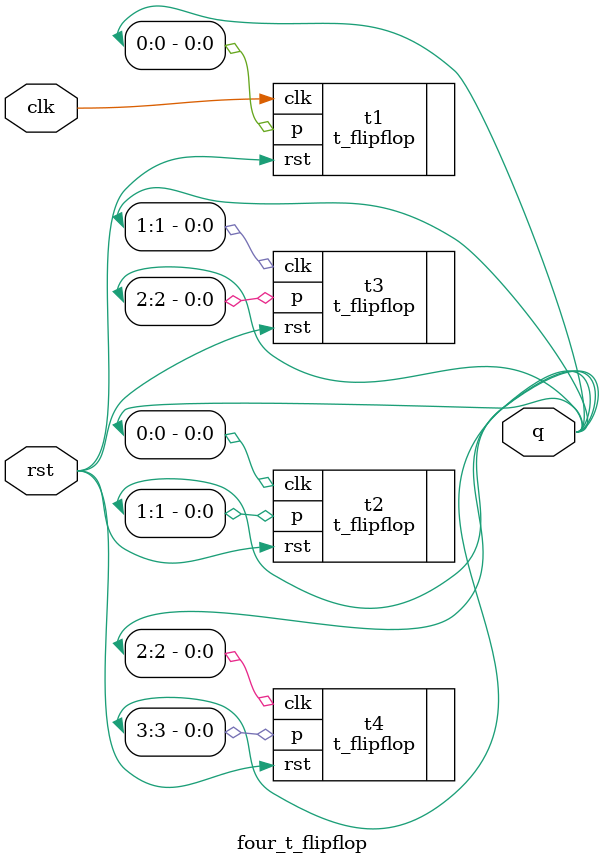
<source format=v>


module four_t_flipflop (input clk, input rst, output [3:0] q);


t_flipflop t1 (.clk(clk), .rst(rst),  .p(q[0]));
t_flipflop t2 (.clk(q[0]), .rst(rst), .p(q[1]));
t_flipflop t3 (.clk(q[1]), .rst(rst), .p(q[2]));
t_flipflop t4 (.clk(q[2]), .rst(rst), .p(q[3]));
endmodule
</source>
